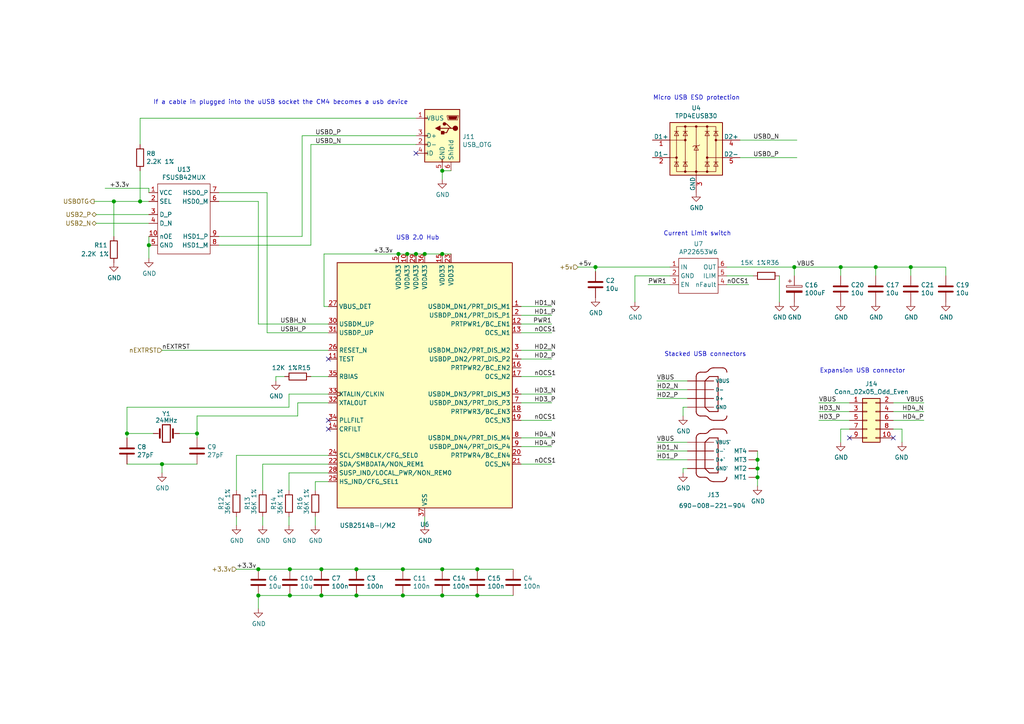
<source format=kicad_sch>
(kicad_sch (version 20201015) (generator eeschema)
  (page 1 7)
  (paper "A4")
  (title_block (title "Compute Module 4 IO Board - USB") (rev "1") (company "(c) Raspberry Pi Trading 2020") (comment 1 "www.raspberrypi.org"))
  (lib_symbols
    (symbol "CM4IO:AP2553W6"
      (property "Reference" "U" (at 3.81 -6.35 0))
      (property "Value" "AP2553W6" (at -3.81 -6.35 0))
      (symbol "AP2553W6_0_0"
        (pin power_in line (at -8.89 2.54 0) (length 2.54) (name "IN") (number "1"))
        (pin power_out line (at -8.89 0 0) (length 2.54) (name "GND") (number "2"))
        (pin input line (at -8.89 -2.54 0) (length 2.54) (name "EN") (number "3"))
        (pin open_collector line (at 7.62 -2.54 180) (length 2.54) (name "nFault") (number "4"))
        (pin passive line (at 7.62 0 180) (length 2.54) (name "ILIM") (number "5"))
        (pin power_out line (at 7.62 2.54 180) (length 2.54) (name "OUT") (number "6"))
      )
    )
    (symbol "CM4IO:FSUSB42MX"
      (property "Reference" "U" (at -7.62 20.32 0))
      (property "Value" "FSUSB42MX" (at -2.54 -2.54 0))
      (symbol "FSUSB42MX_0_0"
        (pin power_in line (at 8.89 16.51 180) (length 2.54) (name "VCC") (number "1"))
        (pin input line (at 8.89 3.81 180) (length 2.54) (name "nOE") (number "10"))
        (pin input line (at 8.89 13.97 180) (length 2.54) (name "SEL") (number "2"))
        (pin bidirectional line (at 8.89 10.16 180) (length 2.54) (name "D_P") (number "3"))
        (pin bidirectional line (at 8.89 7.62 180) (length 2.54) (name "D_N") (number "4"))
        (pin power_in line (at 8.89 1.27 180) (length 2.54) (name "GND") (number "5"))
        (pin bidirectional line (at -11.43 13.97 0) (length 2.54) (name "HSD0_M") (number "6"))
        (pin bidirectional line (at -11.43 16.51 0) (length 2.54) (name "HSD0_P") (number "7"))
        (pin bidirectional line (at -11.43 1.27 0) (length 2.54) (name "HSD1_M") (number "8"))
        (pin bidirectional line (at -11.43 3.81 0) (length 2.54) (name "HSD1_P") (number "9"))
      )
    )
    (symbol "CM4IO:TPD4EUSB30" (pin_names (offset 0))
      (property "Reference" "U" (at -0.635 8.89 0))
      (property "Value" "TPD4EUSB30" (at 8.89 -10.16 0))
      (symbol "TPD4EUSB30_1_1"
        (pin passive line (at -12.7 2.54 0) (length 5.08) (name "D1+") (number "1"))
        (pin passive line (at -12.7 2.54 0) (length 5.08) hide (name "~") (number "10"))
        (pin passive line (at -12.7 -2.54 0) (length 5.08) (name "D1-") (number "2"))
        (pin power_in line (at 0 -12.7 90) (length 5.08) (name "GND") (number "3"))
        (pin passive line (at 12.7 2.54 180) (length 5.08) (name "D2+") (number "4"))
        (pin passive line (at 12.7 -2.54 180) (length 5.08) (name "D2-") (number "5"))
        (pin passive line (at 12.7 -2.54 180) (length 5.08) hide (name "~") (number "6"))
        (pin passive line (at 12.7 2.54 180) (length 5.08) hide (name "~") (number "7"))
        (pin passive line (at 0 -12.7 90) (length 5.08) hide (name "GND") (number "8"))
        (pin passive line (at -12.7 -2.54 0) (length 5.08) hide (name "~") (number "9"))
      )
    )
    (symbol "CM4IO:USB_67298-4090" (pin_numbers hide)
      (property "Reference" "J" (at -5.08 21.6408 0))
      (property "Value" "USB_67298-4090" (at -5.08 -17.8054 0))
      (symbol "USB_67298-4090_0_0"
        (pin power_in line (at -7.62 -2.54 0) (length 7.62) (name "VBUS`") (number "1"))
        (pin passive line (at -7.62 -5.08 0) (length 7.62) (name "D-`") (number "2"))
        (pin passive line (at -7.62 -7.62 0) (length 7.62) (name "D+`") (number "3"))
        (pin power_in line (at -7.62 -10.16 0) (length 7.62) (name "GND`") (number "4"))
        (pin power_in line (at -7.62 15.24 0) (length 7.62) (name "VBUS") (number "5"))
        (pin passive line (at -7.62 12.7 0) (length 7.62) (name "D-") (number "6"))
        (pin passive line (at -7.62 10.16 0) (length 7.62) (name "D+") (number "7"))
        (pin power_in line (at -7.62 7.62 0) (length 7.62) (name "GND") (number "8"))
        (pin passive line (at 12.7 -12.7 180) (length 2.54) (name "MT1") (number "MT1"))
        (pin passive line (at 12.7 -10.16 180) (length 2.54) (name "MT2") (number "MT2"))
        (pin passive line (at 12.7 -7.62 180) (length 2.54) (name "MT3") (number "MT3"))
        (pin passive line (at 12.7 -5.08 180) (length 2.54) (name "MT4") (number "MT4"))
      )
    )
    (symbol "Connector:USB_OTG"
      (property "Reference" "J" (at -5.08 11.43 0))
      (property "Value" "USB_OTG" (at -5.08 8.89 0))
      (symbol "USB_OTG_1_1"
        (pin power_in line (at 7.62 5.08 180) (length 2.54) (name "VBUS") (number "1"))
        (pin passive line (at 7.62 -2.54 180) (length 2.54) (name "D-") (number "2"))
        (pin passive line (at 7.62 0 180) (length 2.54) (name "D+") (number "3"))
        (pin passive line (at 7.62 -5.08 180) (length 2.54) (name "ID") (number "4"))
        (pin power_in line (at 0 -10.16 90) (length 2.54) (name "GND") (number "5"))
        (pin passive line (at -2.54 -10.16 90) (length 2.54) (name "Shield") (number "6"))
      )
    )
    (symbol "Connector_Generic:Conn_02x05_Odd_Even" (pin_names hide)
      (property "Reference" "J" (at 1.27 7.62 0))
      (property "Value" "Conn_02x05_Odd_Even" (at 1.27 -7.62 0))
      (symbol "Conn_02x05_Odd_Even_1_1"
        (pin passive line (at -5.08 5.08 0) (length 3.81) (name "Pin_1") (number "1"))
        (pin passive line (at 7.62 -5.08 180) (length 3.81) (name "Pin_10") (number "10"))
        (pin passive line (at 7.62 5.08 180) (length 3.81) (name "Pin_2") (number "2"))
        (pin passive line (at -5.08 2.54 0) (length 3.81) (name "Pin_3") (number "3"))
        (pin passive line (at 7.62 2.54 180) (length 3.81) (name "Pin_4") (number "4"))
        (pin passive line (at -5.08 0 0) (length 3.81) (name "Pin_5") (number "5"))
        (pin passive line (at 7.62 0 180) (length 3.81) (name "Pin_6") (number "6"))
        (pin passive line (at -5.08 -2.54 0) (length 3.81) (name "Pin_7") (number "7"))
        (pin passive line (at 7.62 -2.54 180) (length 3.81) (name "Pin_8") (number "8"))
        (pin passive line (at -5.08 -5.08 0) (length 3.81) (name "Pin_9") (number "9"))
      )
    )
    (symbol "Device:C" (pin_numbers hide) (pin_names (offset 0.254))
      (property "Reference" "C" (at 0.635 2.54 0))
      (property "Value" "C" (at 0.635 -2.54 0))
      (symbol "C_1_1"
        (pin passive line (at 0 3.81 270) (length 2.794) (name "~") (number "1"))
        (pin passive line (at 0 -3.81 90) (length 2.794) (name "~") (number "2"))
      )
    )
    (symbol "Device:CP" (pin_numbers hide) (pin_names (offset 0.254))
      (property "Reference" "C" (at 0.635 2.54 0))
      (property "Value" "CP" (at 0.635 -2.54 0))
      (symbol "CP_1_1"
        (pin passive line (at 0 3.81 270) (length 2.794) (name "~") (number "1"))
        (pin passive line (at 0 -3.81 90) (length 2.794) (name "~") (number "2"))
      )
    )
    (symbol "Device:Crystal" (pin_numbers hide) (pin_names hide)
      (property "Reference" "Y" (at 0 3.81 0))
      (property "Value" "Crystal" (at 0 -3.81 0))
      (symbol "Crystal_1_1"
        (pin passive line (at -3.81 0 0) (length 1.27) (name "1") (number "1"))
        (pin passive line (at 3.81 0 180) (length 1.27) (name "2") (number "2"))
      )
    )
    (symbol "Device:R" (pin_numbers hide) (pin_names (offset 0))
      (property "Reference" "R" (at 2.032 0 90))
      (property "Value" "R" (at 0 0 90))
      (symbol "R_1_1"
        (pin passive line (at 0 3.81 270) (length 1.27) (name "~") (number "1"))
        (pin passive line (at 0 -3.81 90) (length 1.27) (name "~") (number "2"))
      )
    )
    (symbol "Interface_USB:USB2514B_Bi"
      (property "Reference" "U" (at -17.78 40.64 0))
      (property "Value" "USB2514B_Bi" (at -20.32 38.1 0))
      (symbol "USB2514B_Bi_1_1"
        (pin bidirectional line (at 27.94 22.86 180) (length 2.54) (name "USBDM_DN1/PRT_DIS_M1") (number "1"))
        (pin power_in line (at -5.08 38.1 270) (length 2.54) (name "VDDA33") (number "10"))
        (pin input line (at -27.94 7.62 0) (length 2.54) (name "TEST") (number "11"))
        (pin bidirectional line (at 27.94 17.78 180) (length 2.54) (name "PRTPWR1/BC_EN1") (number "12"))
        (pin input line (at 27.94 15.24 180) (length 2.54) (name "OCS_N1") (number "13"))
        (pin input line (at -27.94 -12.7 0) (length 2.54) (name "CRFILT") (number "14"))
        (pin power_in line (at 5.08 38.1 270) (length 2.54) (name "VDD33") (number "15"))
        (pin bidirectional line (at 27.94 5.08 180) (length 2.54) (name "PRTPWR2/BC_EN2") (number "16"))
        (pin input line (at 27.94 2.54 180) (length 2.54) (name "OCS_N2") (number "17"))
        (pin bidirectional line (at 27.94 -7.62 180) (length 2.54) (name "PRTPWR3/BC_EN3") (number "18"))
        (pin input line (at 27.94 -10.16 180) (length 2.54) (name "OCS_N3") (number "19"))
        (pin bidirectional line (at 27.94 20.32 180) (length 2.54) (name "USBDP_DN1/PRT_DIS_P1") (number "2"))
        (pin bidirectional line (at 27.94 -20.32 180) (length 2.54) (name "PRTPWR4/BC_EN4") (number "20"))
        (pin input line (at 27.94 -22.86 180) (length 2.54) (name "OCS_N4") (number "21"))
        (pin bidirectional line (at -27.94 -22.86 0) (length 2.54) (name "SDA/SMBDATA/NON_REM1") (number "22"))
        (pin power_in line (at 7.62 38.1 270) (length 2.54) (name "VDD33") (number "23"))
        (pin bidirectional line (at -27.94 -20.32 0) (length 2.54) (name "SCL/SMBCLK/CFG_SEL0") (number "24"))
        (pin bidirectional line (at -27.94 -27.94 0) (length 2.54) (name "HS_IND/CFG_SEL1") (number "25"))
        (pin input line (at -27.94 10.16 0) (length 2.54) (name "RESET_N") (number "26"))
        (pin input line (at -27.94 22.86 0) (length 2.54) (name "VBUS_DET") (number "27"))
        (pin bidirectional line (at -27.94 -25.4 0) (length 2.54) (name "SUSP_IND/LOCAL_PWR/NON_REM0") (number "28"))
        (pin power_in line (at -2.54 38.1 270) (length 2.54) (name "VDDA33") (number "29"))
        (pin bidirectional line (at 27.94 10.16 180) (length 2.54) (name "USBDM_DN2/PRT_DIS_M2") (number "3"))
        (pin bidirectional line (at -27.94 17.78 0) (length 2.54) (name "USBDM_UP") (number "30"))
        (pin bidirectional line (at -27.94 15.24 0) (length 2.54) (name "USBDP_UP") (number "31"))
        (pin output line (at -27.94 -5.08 0) (length 2.54) (name "XTALOUT") (number "32"))
        (pin input clock (at -27.94 -2.54 0) (length 2.54) (name "XTALIN/CLKIN") (number "33"))
        (pin input line (at -27.94 -10.16 0) (length 2.54) (name "PLLFILT") (number "34"))
        (pin input line (at -27.94 2.54 0) (length 2.54) (name "RBIAS") (number "35"))
        (pin power_in line (at 0 38.1 270) (length 2.54) (name "VDDA33") (number "36"))
        (pin power_in line (at 0 -38.1 90) (length 2.54) (name "VSS") (number "37"))
        (pin bidirectional line (at 27.94 7.62 180) (length 2.54) (name "USBDP_DN2/PRT_DIS_P2") (number "4"))
        (pin power_in line (at -7.62 38.1 270) (length 2.54) (name "VDDA33") (number "5"))
        (pin bidirectional line (at 27.94 -2.54 180) (length 2.54) (name "USBDM_DN3/PRT_DIS_M3") (number "6"))
        (pin bidirectional line (at 27.94 -5.08 180) (length 2.54) (name "USBDP_DN3/PRT_DIS_P3") (number "7"))
        (pin bidirectional line (at 27.94 -15.24 180) (length 2.54) (name "USBDM_DN4/PRT_DIS_M4") (number "8"))
        (pin bidirectional line (at 27.94 -17.78 180) (length 2.54) (name "USBDP_DN4/PRT_DIS_P4") (number "9"))
      )
    )
    (symbol "power:GND" (power) (pin_names (offset 0))
      (property "Value" "GND" (at 0 -3.81 0))
      (symbol "GND_1_1"
        (pin power_in line (at 0 0 270) (length 0) hide (name "GND") (number "1"))
      )
    )
  )
  (junction (at 33.02 58.42) (diameter 1.016))
  (junction (at 36.83 125.73) (diameter 1.016))
  (junction (at 40.64 58.42) (diameter 1.016))
  (junction (at 43.18 71.12) (diameter 1.016))
  (junction (at 46.99 134.62) (diameter 1.016))
  (junction (at 57.15 125.73) (diameter 1.016))
  (junction (at 74.93 165.1) (diameter 1.016))
  (junction (at 74.93 172.72) (diameter 1.016))
  (junction (at 84.074 165.1) (diameter 1.016))
  (junction (at 84.074 172.72) (diameter 1.016))
  (junction (at 93.218 165.1) (diameter 1.016))
  (junction (at 93.218 172.72) (diameter 1.016))
  (junction (at 103.378 165.1) (diameter 1.016))
  (junction (at 103.378 172.72) (diameter 1.016))
  (junction (at 115.57 73.66) (diameter 1.016))
  (junction (at 116.84 165.1) (diameter 1.016))
  (junction (at 116.84 172.72) (diameter 1.016))
  (junction (at 118.11 73.66) (diameter 1.016))
  (junction (at 120.65 73.66) (diameter 1.016))
  (junction (at 123.19 73.66) (diameter 1.016))
  (junction (at 128.27 49.53) (diameter 1.016))
  (junction (at 128.27 73.66) (diameter 1.016))
  (junction (at 128.27 165.1) (diameter 1.016))
  (junction (at 128.27 172.72) (diameter 1.016))
  (junction (at 138.43 165.1) (diameter 1.016))
  (junction (at 138.43 172.72) (diameter 1.016))
  (junction (at 172.72 77.47) (diameter 1.016))
  (junction (at 219.71 133.35) (diameter 1.016))
  (junction (at 219.71 135.89) (diameter 1.016))
  (junction (at 219.71 138.43) (diameter 1.016))
  (junction (at 230.378 77.47) (diameter 1.016))
  (junction (at 243.84 77.47) (diameter 1.016))
  (junction (at 254 77.47) (diameter 1.016))
  (junction (at 264.16 77.47) (diameter 1.016))
  (no_connect (at 259.08 127))
  (no_connect (at 120.65 44.45))
  (no_connect (at 95.25 121.92))
  (no_connect (at 246.38 127))
  (no_connect (at 95.25 104.14))
  (no_connect (at 95.25 124.46))
  (wire (pts (xy 27.305 58.42) (xy 33.02 58.42)))
  (wire (pts (xy 27.94 62.23) (xy 43.18 62.23)))
  (wire (pts (xy 27.94 64.77) (xy 43.18 64.77)))
  (wire (pts (xy 30.48 54.61) (xy 43.18 54.61)))
  (wire (pts (xy 33.02 58.42) (xy 33.02 68.58)))
  (wire (pts (xy 36.83 118.11) (xy 36.83 125.73)))
  (wire (pts (xy 36.83 125.73) (xy 44.45 125.73)))
  (wire (pts (xy 36.83 127) (xy 36.83 125.73)))
  (wire (pts (xy 36.83 134.62) (xy 46.99 134.62)))
  (wire (pts (xy 40.64 34.29) (xy 120.65 34.29)))
  (wire (pts (xy 40.64 41.91) (xy 40.64 34.29)))
  (wire (pts (xy 40.64 49.53) (xy 40.64 58.42)))
  (wire (pts (xy 40.64 58.42) (xy 33.02 58.42)))
  (wire (pts (xy 43.18 55.88) (xy 43.18 54.61)))
  (wire (pts (xy 43.18 58.42) (xy 40.64 58.42)))
  (wire (pts (xy 43.18 68.58) (xy 43.18 71.12)))
  (wire (pts (xy 43.18 71.12) (xy 43.18 74.93)))
  (wire (pts (xy 46.99 101.6) (xy 95.25 101.6)))
  (wire (pts (xy 46.99 134.62) (xy 46.99 137.16)))
  (wire (pts (xy 46.99 134.62) (xy 57.15 134.62)))
  (wire (pts (xy 52.07 125.73) (xy 57.15 125.73)))
  (wire (pts (xy 57.15 120.65) (xy 57.15 125.73)))
  (wire (pts (xy 57.15 125.73) (xy 57.15 127)))
  (wire (pts (xy 63.5 55.88) (xy 77.47 55.88)))
  (wire (pts (xy 63.5 58.42) (xy 74.93 58.42)))
  (wire (pts (xy 63.5 68.58) (xy 87.63 68.58)))
  (wire (pts (xy 63.5 71.12) (xy 90.17 71.12)))
  (wire (pts (xy 68.58 132.08) (xy 95.25 132.08)))
  (wire (pts (xy 68.58 142.24) (xy 68.58 132.08)))
  (wire (pts (xy 68.58 149.86) (xy 68.58 152.4)))
  (wire (pts (xy 68.58 165.1) (xy 74.93 165.1)))
  (wire (pts (xy 74.93 58.42) (xy 74.93 93.98)))
  (wire (pts (xy 74.93 165.1) (xy 84.074 165.1)))
  (wire (pts (xy 74.93 172.72) (xy 84.074 172.72)))
  (wire (pts (xy 74.93 176.53) (xy 74.93 172.72)))
  (wire (pts (xy 76.2 134.62) (xy 95.25 134.62)))
  (wire (pts (xy 76.2 142.24) (xy 76.2 134.62)))
  (wire (pts (xy 76.2 149.86) (xy 76.2 152.4)))
  (wire (pts (xy 77.47 55.88) (xy 77.47 96.52)))
  (wire (pts (xy 77.47 96.52) (xy 95.25 96.52)))
  (wire (pts (xy 80.01 109.22) (xy 80.01 110.49)))
  (wire (pts (xy 82.55 109.22) (xy 80.01 109.22)))
  (wire (pts (xy 83.82 114.3) (xy 83.82 118.11)))
  (wire (pts (xy 83.82 114.3) (xy 95.25 114.3)))
  (wire (pts (xy 83.82 118.11) (xy 36.83 118.11)))
  (wire (pts (xy 83.82 137.16) (xy 95.25 137.16)))
  (wire (pts (xy 83.82 142.24) (xy 83.82 137.16)))
  (wire (pts (xy 83.82 149.86) (xy 83.82 152.4)))
  (wire (pts (xy 84.074 165.1) (xy 93.218 165.1)))
  (wire (pts (xy 84.074 172.72) (xy 93.218 172.72)))
  (wire (pts (xy 86.36 116.84) (xy 86.36 120.65)))
  (wire (pts (xy 86.36 120.65) (xy 57.15 120.65)))
  (wire (pts (xy 87.63 39.37) (xy 120.65 39.37)))
  (wire (pts (xy 87.63 68.58) (xy 87.63 39.37)))
  (wire (pts (xy 90.17 41.91) (xy 120.65 41.91)))
  (wire (pts (xy 90.17 71.12) (xy 90.17 41.91)))
  (wire (pts (xy 90.17 109.22) (xy 95.25 109.22)))
  (wire (pts (xy 91.44 139.7) (xy 95.25 139.7)))
  (wire (pts (xy 91.44 142.24) (xy 91.44 139.7)))
  (wire (pts (xy 91.44 149.86) (xy 91.44 152.4)))
  (wire (pts (xy 93.218 165.1) (xy 103.378 165.1)))
  (wire (pts (xy 93.218 172.72) (xy 103.378 172.72)))
  (wire (pts (xy 93.98 73.66) (xy 115.57 73.66)))
  (wire (pts (xy 93.98 88.9) (xy 93.98 73.66)))
  (wire (pts (xy 95.25 88.9) (xy 93.98 88.9)))
  (wire (pts (xy 95.25 93.98) (xy 74.93 93.98)))
  (wire (pts (xy 95.25 116.84) (xy 86.36 116.84)))
  (wire (pts (xy 103.378 165.1) (xy 116.84 165.1)))
  (wire (pts (xy 103.378 172.72) (xy 116.84 172.72)))
  (wire (pts (xy 115.57 73.66) (xy 118.11 73.66)))
  (wire (pts (xy 116.84 165.1) (xy 128.27 165.1)))
  (wire (pts (xy 116.84 172.72) (xy 128.27 172.72)))
  (wire (pts (xy 118.11 73.66) (xy 120.65 73.66)))
  (wire (pts (xy 120.65 73.66) (xy 123.19 73.66)))
  (wire (pts (xy 123.19 73.66) (xy 128.27 73.66)))
  (wire (pts (xy 123.19 149.86) (xy 123.19 152.4)))
  (wire (pts (xy 128.27 49.53) (xy 130.81 49.53)))
  (wire (pts (xy 128.27 52.07) (xy 128.27 49.53)))
  (wire (pts (xy 128.27 73.66) (xy 130.81 73.66)))
  (wire (pts (xy 128.27 165.1) (xy 138.43 165.1)))
  (wire (pts (xy 128.27 172.72) (xy 138.43 172.72)))
  (wire (pts (xy 138.43 165.1) (xy 148.844 165.1)))
  (wire (pts (xy 138.43 172.72) (xy 148.844 172.72)))
  (wire (pts (xy 151.13 88.9) (xy 160.02 88.9)))
  (wire (pts (xy 151.13 91.44) (xy 160.02 91.44)))
  (wire (pts (xy 151.13 93.98) (xy 160.02 93.98)))
  (wire (pts (xy 151.13 96.52) (xy 160.02 96.52)))
  (wire (pts (xy 151.13 101.6) (xy 160.02 101.6)))
  (wire (pts (xy 151.13 104.14) (xy 160.02 104.14)))
  (wire (pts (xy 151.13 109.22) (xy 160.02 109.22)))
  (wire (pts (xy 151.13 114.3) (xy 160.02 114.3)))
  (wire (pts (xy 151.13 116.84) (xy 160.02 116.84)))
  (wire (pts (xy 151.13 121.92) (xy 160.02 121.92)))
  (wire (pts (xy 151.13 127) (xy 160.02 127)))
  (wire (pts (xy 151.13 129.54) (xy 160.02 129.54)))
  (wire (pts (xy 151.13 134.62) (xy 160.02 134.62)))
  (wire (pts (xy 167.64 77.47) (xy 172.72 77.47)))
  (wire (pts (xy 172.72 77.47) (xy 194.31 77.47)))
  (wire (pts (xy 172.72 78.74) (xy 172.72 77.47)))
  (wire (pts (xy 184.15 80.01) (xy 184.15 87.63)))
  (wire (pts (xy 187.96 82.55) (xy 194.31 82.55)))
  (wire (pts (xy 190.5 110.49) (xy 199.39 110.49)))
  (wire (pts (xy 190.5 113.03) (xy 199.39 113.03)))
  (wire (pts (xy 190.5 115.57) (xy 199.39 115.57)))
  (wire (pts (xy 190.5 128.27) (xy 199.39 128.27)))
  (wire (pts (xy 190.5 130.81) (xy 199.39 130.81)))
  (wire (pts (xy 190.5 133.35) (xy 199.39 133.35)))
  (wire (pts (xy 194.31 80.01) (xy 184.15 80.01)))
  (wire (pts (xy 198.12 118.11) (xy 198.12 120.65)))
  (wire (pts (xy 198.12 135.89) (xy 198.12 137.16)))
  (wire (pts (xy 199.39 118.11) (xy 198.12 118.11)))
  (wire (pts (xy 199.39 135.89) (xy 198.12 135.89)))
  (wire (pts (xy 210.82 77.47) (xy 230.378 77.47)))
  (wire (pts (xy 210.82 80.01) (xy 218.44 80.01)))
  (wire (pts (xy 210.82 82.55) (xy 217.17 82.55)))
  (wire (pts (xy 214.63 40.64) (xy 231.14 40.64)))
  (wire (pts (xy 214.63 45.72) (xy 231.14 45.72)))
  (wire (pts (xy 219.71 130.81) (xy 219.71 133.35)))
  (wire (pts (xy 219.71 133.35) (xy 219.71 135.89)))
  (wire (pts (xy 219.71 135.89) (xy 219.71 138.43)))
  (wire (pts (xy 219.71 138.43) (xy 219.71 140.97)))
  (wire (pts (xy 226.06 80.01) (xy 226.06 87.63)))
  (wire (pts (xy 230.378 77.47) (xy 230.378 80.01)))
  (wire (pts (xy 230.378 77.47) (xy 243.84 77.47)))
  (wire (pts (xy 237.49 116.84) (xy 246.38 116.84)))
  (wire (pts (xy 237.49 119.38) (xy 246.38 119.38)))
  (wire (pts (xy 237.49 121.92) (xy 246.38 121.92)))
  (wire (pts (xy 243.84 77.47) (xy 254 77.47)))
  (wire (pts (xy 243.84 80.01) (xy 243.84 77.47)))
  (wire (pts (xy 243.84 124.46) (xy 243.84 128.27)))
  (wire (pts (xy 243.84 124.46) (xy 246.38 124.46)))
  (wire (pts (xy 254 77.47) (xy 254 80.01)))
  (wire (pts (xy 254 77.47) (xy 264.16 77.47)))
  (wire (pts (xy 259.08 124.46) (xy 261.62 124.46)))
  (wire (pts (xy 261.62 124.46) (xy 261.62 128.27)))
  (wire (pts (xy 264.16 77.47) (xy 264.16 80.01)))
  (wire (pts (xy 264.16 77.47) (xy 274.32 77.47)))
  (wire (pts (xy 267.97 116.84) (xy 259.08 116.84)))
  (wire (pts (xy 267.97 119.38) (xy 259.08 119.38)))
  (wire (pts (xy 267.97 121.92) (xy 259.08 121.92)))
  (wire (pts (xy 274.32 80.01) (xy 274.32 77.47)))
  (text "If a cable in plugged into the uUSB socket the CM4 becomes a usb device" (at 44.45 30.48 0) (effects (font (size 1.27 1.27)) (justify left bottom)))
  (text "USB 2.0 Hub" (at 127.4318 69.7992 180) (effects (font (size 1.27 1.27)) (justify right bottom)))
  (text "Current Limit switch" (at 212.09 68.58 180) (effects (font (size 1.27 1.27)) (justify right bottom)))
  (text "Micro USB ESD protection" (at 214.63 29.21 180) (effects (font (size 1.27 1.27)) (justify right bottom)))
  (text "Stacked USB connectors" (at 216.4588 103.5812 180) (effects (font (size 1.27 1.27)) (justify right bottom)))
  (text "Expansion USB connector" (at 262.6106 108.3818 180) (effects (font (size 1.27 1.27)) (justify right bottom)))
  (label "+3.3v" (at 31.75 54.61 0))
  (label "nEXTRST" (at 46.99 101.6 0))
  (label "+3.3v" (at 68.58 165.1 0))
  (label "USBH_N" (at 81.28 93.98 0))
  (label "USBH_P" (at 81.28 96.52 0))
  (label "USBD_P" (at 91.44 39.37 0))
  (label "USBD_N" (at 91.44 41.91 0))
  (label "+3.3v" (at 108.204 73.66 0))
  (label "HD1_N" (at 154.94 88.9 0))
  (label "HD1_P" (at 154.94 91.44 0))
  (label "nOCS1" (at 154.94 96.52 0))
  (label "HD2_N" (at 154.94 101.6 0))
  (label "HD2_P" (at 154.94 104.14 0))
  (label "nOCS1" (at 154.94 109.22 0))
  (label "HD3_N" (at 154.94 114.3 0))
  (label "HD3_P" (at 154.94 116.84 0))
  (label "nOCS1" (at 154.94 121.92 0))
  (label "HD4_N" (at 154.94 127 0))
  (label "HD4_P" (at 154.94 129.54 0))
  (label "nOCS1" (at 154.94 134.62 0))
  (label "PWR1" (at 160.02 93.98 180))
  (label "+5v" (at 167.64 77.47 0))
  (label "PWR1" (at 187.96 82.55 0))
  (label "VBUS" (at 190.5 110.49 0))
  (label "HD2_N" (at 190.5 113.03 0))
  (label "HD2_P" (at 190.5 115.57 0))
  (label "VBUS" (at 190.5 128.27 0))
  (label "HD1_N" (at 190.5 130.81 0))
  (label "HD1_P" (at 190.5 133.35 0))
  (label "nOCS1" (at 210.82 82.55 0))
  (label "USBD_N" (at 218.44 40.64 0))
  (label "USBD_P" (at 218.44 45.72 0))
  (label "VBUS" (at 231.14 77.47 0))
  (label "VBUS" (at 237.49 116.84 0))
  (label "HD3_N" (at 237.49 119.38 0))
  (label "HD3_P" (at 237.49 121.92 0))
  (label "VBUS" (at 267.97 116.84 180))
  (label "HD4_N" (at 267.97 119.38 180))
  (label "HD4_P" (at 267.97 121.92 180))
  (hierarchical_label "USBOTG" (shape output) (at 27.305 58.42 180))
  (hierarchical_label "USB2_P" (shape bidirectional) (at 27.94 62.23 180))
  (hierarchical_label "USB2_N" (shape bidirectional) (at 27.94 64.77 180))
  (hierarchical_label "nEXTRST" (shape input) (at 46.99 101.6 180))
  (hierarchical_label "+3.3v" (shape input) (at 68.58 165.1 180))
  (hierarchical_label "+5v" (shape input) (at 167.64 77.47 180))
  (symbol (lib_id "power:GND") (at 33.02 76.2 0) (unit 1)
    (property "Reference" "#PWR0144" (effects hide))
    (property "Value" "GND" (at 33.147 80.5942 0))
  )
  (symbol (lib_id "power:GND") (at 43.18 74.93 0) (unit 1)
    (property "Reference" "#PWR0143" (effects hide))
    (property "Value" "GND" (at 43.307 79.3242 0))
  )
  (symbol (lib_id "power:GND") (at 46.99 137.16 0) (unit 1)
    (property "Reference" "#PWR07" (effects hide))
    (property "Value" "GND" (at 47.117 141.5542 0))
  )
  (symbol (lib_id "power:GND") (at 68.58 152.4 0) (unit 1)
    (property "Reference" "#PWR08" (effects hide))
    (property "Value" "GND" (at 68.707 156.7942 0))
  )
  (symbol (lib_id "power:GND") (at 74.93 176.53 0) (unit 1)
    (property "Reference" "#PWR06" (effects hide))
    (property "Value" "GND" (at 75.057 180.9242 0))
  )
  (symbol (lib_id "power:GND") (at 76.2 152.4 0) (unit 1)
    (property "Reference" "#PWR09" (effects hide))
    (property "Value" "GND" (at 76.327 156.7942 0))
  )
  (symbol (lib_id "power:GND") (at 80.01 110.49 0) (unit 1)
    (property "Reference" "#PWR010" (effects hide))
    (property "Value" "GND" (at 80.137 114.8842 0))
  )
  (symbol (lib_id "power:GND") (at 83.82 152.4 0) (unit 1)
    (property "Reference" "#PWR011" (effects hide))
    (property "Value" "GND" (at 83.947 156.7942 0))
  )
  (symbol (lib_id "power:GND") (at 91.44 152.4 0) (unit 1)
    (property "Reference" "#PWR012" (effects hide))
    (property "Value" "GND" (at 91.567 156.7942 0))
  )
  (symbol (lib_id "power:GND") (at 123.19 152.4 0) (unit 1)
    (property "Reference" "#PWR0142" (effects hide))
    (property "Value" "GND" (at 123.317 156.7942 0))
  )
  (symbol (lib_id "power:GND") (at 128.27 52.07 0) (unit 1)
    (property "Reference" "#PWR013" (effects hide))
    (property "Value" "GND" (at 128.397 56.4642 0))
  )
  (symbol (lib_id "power:GND") (at 172.72 86.36 0) (unit 1)
    (property "Reference" "#PWR017" (effects hide))
    (property "Value" "GND" (at 172.847 90.7542 0))
  )
  (symbol (lib_id "power:GND") (at 184.15 87.63 0) (unit 1)
    (property "Reference" "#PWR014" (effects hide))
    (property "Value" "GND" (at 184.277 92.0242 0))
  )
  (symbol (lib_id "power:GND") (at 198.12 120.65 0) (unit 1)
    (property "Reference" "#PWR023" (effects hide))
    (property "Value" "GND" (at 198.247 125.0442 0))
  )
  (symbol (lib_id "power:GND") (at 198.12 137.16 0) (unit 1)
    (property "Reference" "#PWR024" (effects hide))
    (property "Value" "GND" (at 198.247 141.5542 0))
  )
  (symbol (lib_id "power:GND") (at 201.93 55.88 0) (unit 1)
    (property "Reference" "#PWR0123" (effects hide))
    (property "Value" "GND" (at 202.057 60.2742 0))
  )
  (symbol (lib_id "power:GND") (at 219.71 140.97 0) (unit 1)
    (property "Reference" "#PWR0114" (effects hide))
    (property "Value" "GND" (at 219.837 145.3642 0))
  )
  (symbol (lib_id "power:GND") (at 226.06 87.63 0) (unit 1)
    (property "Reference" "#PWR019" (effects hide))
    (property "Value" "GND" (at 226.187 92.0242 0))
  )
  (symbol (lib_id "power:GND") (at 230.378 87.63 0) (unit 1)
    (property "Reference" "#PWR01" (effects hide))
    (property "Value" "GND" (at 230.505 92.0242 0))
  )
  (symbol (lib_id "power:GND") (at 243.84 87.63 0) (unit 1)
    (property "Reference" "#PWR021" (effects hide))
    (property "Value" "GND" (at 243.967 92.0242 0))
  )
  (symbol (lib_id "power:GND") (at 243.84 128.27 0) (unit 1)
    (property "Reference" "#PWR025" (effects hide))
    (property "Value" "GND" (at 243.967 132.6642 0))
  )
  (symbol (lib_id "power:GND") (at 254 87.63 0) (unit 1)
    (property "Reference" "#PWR018" (effects hide))
    (property "Value" "GND" (at 254.127 92.0242 0))
  )
  (symbol (lib_id "power:GND") (at 261.62 128.27 0) (mirror y) (unit 1)
    (property "Reference" "#PWR026" (effects hide))
    (property "Value" "GND" (at 261.493 132.6642 0))
  )
  (symbol (lib_id "power:GND") (at 264.16 87.63 0) (unit 1)
    (property "Reference" "#PWR049" (effects hide))
    (property "Value" "GND" (at 264.287 92.0242 0))
  )
  (symbol (lib_id "power:GND") (at 274.32 87.63 0) (unit 1)
    (property "Reference" "#PWR050" (effects hide))
    (property "Value" "GND" (at 274.447 92.0242 0))
  )
  (symbol (lib_id "Device:R") (at 33.02 72.39 0) (unit 1)
    (property "Reference" "R11" (at 27.305 71.12 0) (effects (justify left)))
    (property "Value" "2.2K 1%" (at 23.495 73.66 0) (effects (justify left)))
    (property "Footprint" "Resistor_SMD:R_0402_1005Metric" (effects hide))
    (property "Datasheet" "https://fscdn.rohm.com/en/products/databook/datasheet/passive/resistor/chip_resistor/mcr-e.pdf" (effects hide))
    (property "Field4" "Farnell" (effects hide))
    (property "Field5" "9239278" (effects hide))
    (property "Field7" "KOA EUROPE GMBH" (effects hide))
    (property "Field6" "RK73G1ETQTP2201D         " (effects hide))
    (property "Part Description" "Resistor 2.2K M1005 1% 63mW" (effects hide))
    (property "Field8" "120889581" (effects hide))
  )
  (symbol (lib_id "Device:R") (at 40.64 45.72 0) (unit 1)
    (property "Reference" "R8" (at 42.418 44.5516 0) (effects (justify left)))
    (property "Value" "2.2K 1%" (at 42.418 46.863 0) (effects (justify left)))
    (property "Footprint" "Resistor_SMD:R_0402_1005Metric" (effects hide))
    (property "Datasheet" "https://fscdn.rohm.com/en/products/databook/datasheet/passive/resistor/chip_resistor/mcr-e.pdf" (effects hide))
    (property "Field4" "Farnell" (effects hide))
    (property "Field5" "9239278" (effects hide))
    (property "Field7" "KOA EUROPE GMBH" (effects hide))
    (property "Field6" "RK73G1ETQTP2201D         " (effects hide))
    (property "Part Description" "Resistor 2.2K M1005 1% 63mW" (effects hide))
    (property "Field8" "120889581" (effects hide))
  )
  (symbol (lib_id "Device:R") (at 68.58 146.05 0) (unit 1)
    (property "Reference" "R12" (at 64.135 147.955 90) (effects (justify left)))
    (property "Value" "36K 1%" (at 66.04 149.225 90) (effects (justify left)))
    (property "Footprint" "Resistor_SMD:R_0402_1005Metric" (effects hide))
    (property "Datasheet" "https://fscdn.rohm.com/en/products/databook/datasheet/passive/resistor/chip_resistor/mcr-e.pdf" (effects hide))
    (property "Field4" "Farnell" (effects hide))
    (property "Field5" "1458788" (effects hide))
    (property "Field7" "Rohm" (effects hide))
    (property "Field6" "MCR01MZPF3602" (effects hide))
    (property "Part Description" "Resistor 36K M1005 1% 63mW" (effects hide))
  )
  (symbol (lib_id "Device:R") (at 76.2 146.05 0) (unit 1)
    (property "Reference" "R13" (at 71.755 147.955 90) (effects (justify left)))
    (property "Value" "36K 1%" (at 73.66 149.225 90) (effects (justify left)))
    (property "Footprint" "Resistor_SMD:R_0402_1005Metric" (effects hide))
    (property "Datasheet" "https://fscdn.rohm.com/en/products/databook/datasheet/passive/resistor/chip_resistor/mcr-e.pdf" (effects hide))
    (property "Field4" "Farnell" (effects hide))
    (property "Field5" "1458788" (effects hide))
    (property "Field7" "Rohm" (effects hide))
    (property "Field6" "MCR01MZPF3602" (effects hide))
    (property "Part Description" "Resistor 36K M1005 1% 63mW" (effects hide))
  )
  (symbol (lib_id "Device:R") (at 83.82 146.05 0) (unit 1)
    (property "Reference" "R14" (at 79.375 147.955 90) (effects (justify left)))
    (property "Value" "36K 1%" (at 81.28 149.225 90) (effects (justify left)))
    (property "Footprint" "Resistor_SMD:R_0402_1005Metric" (effects hide))
    (property "Datasheet" "https://fscdn.rohm.com/en/products/databook/datasheet/passive/resistor/chip_resistor/mcr-e.pdf" (effects hide))
    (property "Field4" "Farnell" (effects hide))
    (property "Field5" "1458788" (effects hide))
    (property "Field7" "Rohm" (effects hide))
    (property "Field6" "MCR01MZPF3602" (effects hide))
    (property "Part Description" "Resistor 36K M1005 1% 63mW" (effects hide))
  )
  (symbol (lib_id "Device:R") (at 86.36 109.22 90) (unit 1)
    (property "Reference" "R15" (at 90.17 106.68 90) (effects (justify left)))
    (property "Value" "12K 1%" (at 86.36 106.68 90) (effects (justify left)))
    (property "Footprint" "Resistor_SMD:R_0402_1005Metric" (effects hide))
    (property "Datasheet" "https://fscdn.rohm.com/en/products/databook/datasheet/passive/resistor/chip_resistor/mcr-e.pdf" (effects hide))
    (property "Field4" "Farnell" (effects hide))
    (property "Field5" "9239367" (effects hide))
    (property "Field7" "Rohm" (effects hide))
    (property "Field6" "MCR01MZPF1202" (effects hide))
    (property "Part Description" "Resistor 12K M1005 1% 63mW" (effects hide))
  )
  (symbol (lib_id "Device:R") (at 91.44 146.05 0) (unit 1)
    (property "Reference" "R16" (at 86.995 147.955 90) (effects (justify left)))
    (property "Value" "36K 1%" (at 88.9 149.225 90) (effects (justify left)))
    (property "Footprint" "Resistor_SMD:R_0402_1005Metric" (effects hide))
    (property "Datasheet" "https://fscdn.rohm.com/en/products/databook/datasheet/passive/resistor/chip_resistor/mcr-e.pdf" (effects hide))
    (property "Field4" "Farnell" (effects hide))
    (property "Field5" "1458788" (effects hide))
    (property "Field7" "Rohm" (effects hide))
    (property "Field6" "MCR01MZPF3602" (effects hide))
    (property "Part Description" "Resistor 36K M1005 1% 63mW" (effects hide))
  )
  (symbol (lib_id "Device:R") (at 222.25 80.01 90) (unit 1)
    (property "Reference" "R36" (at 226.06 76.2 90) (effects (justify left)))
    (property "Value" "15K 1%" (at 222.25 76.2 90) (effects (justify left)))
    (property "Footprint" "Resistor_SMD:R_0402_1005Metric" (effects hide))
    (property "Datasheet" "https://fscdn.rohm.com/en/products/databook/datasheet/passive/resistor/chip_resistor/mcr-e.pdf" (effects hide))
    (property "Field4" "Farnell" (effects hide))
    (property "Field5" "9239375" (effects hide))
    (property "Field6" "MCR01MZPF1502" (effects hide))
    (property "Field7" "Rohm" (effects hide))
    (property "Part Description" "Resistor 15K M1005 1% 63mW" (effects hide))
    (property "Field8" "120891581" (effects hide))
  )
  (symbol (lib_id "Device:C") (at 36.83 130.81 0) (unit 1)
    (property "Reference" "C8" (at 39.751 129.6416 0) (effects (justify left)))
    (property "Value" "27pF" (at 39.751 131.953 0) (effects (justify left)))
    (property "Footprint" "Capacitor_SMD:C_0402_1005Metric" (effects hide))
    (property "Datasheet" "https://search.murata.co.jp/Ceramy/image/img/A01X/G101/ENG/GJM1555C1H270JB01-01.pdf" (effects hide))
    (property "Field8" "UCAP00738 " (effects hide))
    (property "Field5" "490-17672-1-ND" (effects hide))
    (property "Field6" "GJM1555C1H270JB01D" (effects hide))
    (property "Field7" "Murata" (effects hide))
    (property "Part Description" "	27pF 5% 50V Ceramic Capacitor C0G, NP0 0402 (1005 Metric)" (effects hide))
    (property "Field4" "Digikey" (effects hide))
  )
  (symbol (lib_id "Device:C") (at 57.15 130.81 0) (unit 1)
    (property "Reference" "C9" (at 60.071 129.6416 0) (effects (justify left)))
    (property "Value" "27pF" (at 60.071 131.953 0) (effects (justify left)))
    (property "Footprint" "Capacitor_SMD:C_0402_1005Metric" (effects hide))
    (property "Datasheet" "https://search.murata.co.jp/Ceramy/image/img/A01X/G101/ENG/GJM1555C1H270JB01-01.pdf" (effects hide))
    (property "Field8" "UCAP00738 " (effects hide))
    (property "Field5" "490-17672-1-ND" (effects hide))
    (property "Field6" "GJM1555C1H270JB01D" (effects hide))
    (property "Field7" "Murata" (effects hide))
    (property "Part Description" "	27pF 5% 50V Ceramic Capacitor C0G, NP0 0402 (1005 Metric)" (effects hide))
    (property "Field4" "Digikey" (effects hide))
  )
  (symbol (lib_id "Device:C") (at 74.93 168.91 0) (unit 1)
    (property "Reference" "C6" (at 77.851 167.7416 0) (effects (justify left)))
    (property "Value" "10u" (at 77.851 170.053 0) (effects (justify left)))
    (property "Footprint" "Capacitor_SMD:C_0805_2012Metric" (effects hide))
    (property "Datasheet" "https://search.murata.co.jp/Ceramy/image/img/A01X/G101/ENG/GRM21BR71A106KA73-01.pdf" (effects hide))
    (property "Field5" "490-14381-1-ND" (effects hide))
    (property "Field4" "Digikey" (effects hide))
    (property "Field6" "GRM21BR71A106KA73L" (effects hide))
    (property "Field7" "Murata" (effects hide))
    (property "Part Description" "	10uF 10% 10V Ceramic Capacitor X7R 0805 (2012 Metric)" (effects hide))
    (property "Field8" "111893011" (effects hide))
  )
  (symbol (lib_id "Device:C") (at 84.074 168.91 0) (unit 1)
    (property "Reference" "C10" (at 86.995 167.7416 0) (effects (justify left)))
    (property "Value" "10u" (at 86.995 170.053 0) (effects (justify left)))
    (property "Footprint" "Capacitor_SMD:C_0805_2012Metric" (effects hide))
    (property "Datasheet" "https://search.murata.co.jp/Ceramy/image/img/A01X/G101/ENG/GRM21BR71A106KA73-01.pdf" (effects hide))
    (property "Field5" "490-14381-1-ND" (effects hide))
    (property "Field4" "Digikey" (effects hide))
    (property "Field6" "GRM21BR71A106KA73L" (effects hide))
    (property "Field7" "Murata" (effects hide))
    (property "Part Description" "	10uF 10% 10V Ceramic Capacitor X7R 0805 (2012 Metric)" (effects hide))
    (property "Field8" "111893011" (effects hide))
  )
  (symbol (lib_id "Device:C") (at 93.218 168.91 0) (unit 1)
    (property "Reference" "C7" (at 96.139 167.7416 0) (effects (justify left)))
    (property "Value" "100n" (at 96.139 170.053 0) (effects (justify left)))
    (property "Footprint" "Capacitor_SMD:C_0402_1005Metric" (effects hide))
    (property "Datasheet" "https://search.murata.co.jp/Ceramy/image/img/A01X/G101/ENG/GRM155R71C104KA88-01.pdf" (effects hide))
    (property "Field4" "Farnell" (effects hide))
    (property "Field5" "2611911" (effects hide))
    (property "Field6" "RM EMK105 B7104KV-F" (effects hide))
    (property "Field7" "TAIYO YUDEN EUROPE GMBH" (effects hide))
    (property "Part Description" "	0.1uF 10% 16V Ceramic Capacitor X7R 0402 (1005 Metric)" (effects hide))
    (property "Field8" "110091611" (effects hide))
  )
  (symbol (lib_id "Device:C") (at 103.378 168.91 0) (unit 1)
    (property "Reference" "C3" (at 106.299 167.7416 0) (effects (justify left)))
    (property "Value" "100n" (at 106.299 170.053 0) (effects (justify left)))
    (property "Footprint" "Capacitor_SMD:C_0402_1005Metric" (effects hide))
    (property "Datasheet" "https://search.murata.co.jp/Ceramy/image/img/A01X/G101/ENG/GRM155R71C104KA88-01.pdf" (effects hide))
    (property "Field4" "Farnell" (effects hide))
    (property "Field5" "2611911" (effects hide))
    (property "Field6" "RM EMK105 B7104KV-F" (effects hide))
    (property "Field7" "TAIYO YUDEN EUROPE GMBH" (effects hide))
    (property "Part Description" "	0.1uF 10% 16V Ceramic Capacitor X7R 0402 (1005 Metric)" (effects hide))
    (property "Field8" "110091611" (effects hide))
  )
  (symbol (lib_id "Device:C") (at 116.84 168.91 0) (unit 1)
    (property "Reference" "C11" (at 119.761 167.7416 0) (effects (justify left)))
    (property "Value" "100n" (at 119.761 170.053 0) (effects (justify left)))
    (property "Footprint" "Capacitor_SMD:C_0402_1005Metric" (effects hide))
    (property "Datasheet" "https://search.murata.co.jp/Ceramy/image/img/A01X/G101/ENG/GRM155R71C104KA88-01.pdf" (effects hide))
    (property "Field4" "Farnell" (effects hide))
    (property "Field5" "2611911" (effects hide))
    (property "Field6" "RM EMK105 B7104KV-F" (effects hide))
    (property "Field7" "TAIYO YUDEN EUROPE GMBH" (effects hide))
    (property "Part Description" "	0.1uF 10% 16V Ceramic Capacitor X7R 0402 (1005 Metric)" (effects hide))
    (property "Field8" "110091611" (effects hide))
  )
  (symbol (lib_id "Device:C") (at 128.27 168.91 0) (unit 1)
    (property "Reference" "C14" (at 131.191 167.7416 0) (effects (justify left)))
    (property "Value" "100n" (at 131.191 170.053 0) (effects (justify left)))
    (property "Footprint" "Capacitor_SMD:C_0402_1005Metric" (effects hide))
    (property "Datasheet" "https://search.murata.co.jp/Ceramy/image/img/A01X/G101/ENG/GRM155R71C104KA88-01.pdf" (effects hide))
    (property "Field4" "Farnell" (effects hide))
    (property "Field5" "2611911" (effects hide))
    (property "Field6" "RM EMK105 B7104KV-F" (effects hide))
    (property "Field7" "TAIYO YUDEN EUROPE GMBH" (effects hide))
    (property "Part Description" "	0.1uF 10% 16V Ceramic Capacitor X7R 0402 (1005 Metric)" (effects hide))
    (property "Field8" "110091611" (effects hide))
  )
  (symbol (lib_id "Device:C") (at 138.43 168.91 0) (unit 1)
    (property "Reference" "C15" (at 141.351 167.7416 0) (effects (justify left)))
    (property "Value" "100n" (at 141.351 170.053 0) (effects (justify left)))
    (property "Footprint" "Capacitor_SMD:C_0402_1005Metric" (effects hide))
    (property "Datasheet" "https://search.murata.co.jp/Ceramy/image/img/A01X/G101/ENG/GRM155R71C104KA88-01.pdf" (effects hide))
    (property "Field4" "Farnell" (effects hide))
    (property "Field5" "2611911" (effects hide))
    (property "Field6" "RM EMK105 B7104KV-F" (effects hide))
    (property "Field7" "TAIYO YUDEN EUROPE GMBH" (effects hide))
    (property "Part Description" "	0.1uF 10% 16V Ceramic Capacitor X7R 0402 (1005 Metric)" (effects hide))
    (property "Field8" "110091611" (effects hide))
  )
  (symbol (lib_id "Device:C") (at 148.844 168.91 0) (unit 1)
    (property "Reference" "C4" (at 151.765 167.7416 0) (effects (justify left)))
    (property "Value" "100n" (at 151.765 170.053 0) (effects (justify left)))
    (property "Footprint" "Capacitor_SMD:C_0402_1005Metric" (effects hide))
    (property "Datasheet" "https://search.murata.co.jp/Ceramy/image/img/A01X/G101/ENG/GRM155R71C104KA88-01.pdf" (effects hide))
    (property "Field4" "Farnell" (effects hide))
    (property "Field5" "2611911" (effects hide))
    (property "Field6" "RM EMK105 B7104KV-F" (effects hide))
    (property "Field7" "TAIYO YUDEN EUROPE GMBH" (effects hide))
    (property "Part Description" "	0.1uF 10% 16V Ceramic Capacitor X7R 0402 (1005 Metric)" (effects hide))
    (property "Field8" "110091611" (effects hide))
  )
  (symbol (lib_id "Device:C") (at 172.72 82.55 0) (unit 1)
    (property "Reference" "C2" (at 175.641 81.3816 0) (effects (justify left)))
    (property "Value" "10u" (at 175.641 83.693 0) (effects (justify left)))
    (property "Footprint" "Capacitor_SMD:C_0805_2012Metric" (effects hide))
    (property "Datasheet" "https://search.murata.co.jp/Ceramy/image/img/A01X/G101/ENG/GRM21BR71A106KA73-01.pdf" (effects hide))
    (property "Field5" "490-14381-1-ND" (effects hide))
    (property "Field4" "Digikey" (effects hide))
    (property "Field6" "GRM21BR71A106KA73L" (effects hide))
    (property "Field7" "Murata" (effects hide))
    (property "Part Description" "	10uF 10% 10V Ceramic Capacitor X7R 0805 (2012 Metric)" (effects hide))
    (property "Field8" "111893011" (effects hide))
  )
  (symbol (lib_id "Device:CP") (at 230.378 83.82 0) (unit 1)
    (property "Reference" "C16" (at 233.3752 82.677 0) (effects (justify left)))
    (property "Value" "100uF" (at 233.3752 84.963 0) (effects (justify left)))
    (property "Footprint" "Capacitor_Tantalum_SMD:CP_EIA-7343-31_Kemet-D" (effects hide))
    (property "Field4" "Mouser" (effects hide))
    (property "Field5" "667-EEF-CX0J101R" (effects hide))
    (property "Part Description" "Capacitor, SP-Cap, 100u, 6.3V, 15mR ESR" (effects hide))
  )
  (symbol (lib_id "Device:C") (at 243.84 83.82 0) (unit 1)
    (property "Reference" "C20" (at 246.761 82.6516 0) (effects (justify left)))
    (property "Value" "10u" (at 246.761 84.963 0) (effects (justify left)))
    (property "Footprint" "Capacitor_SMD:C_0805_2012Metric" (effects hide))
    (property "Datasheet" "https://search.murata.co.jp/Ceramy/image/img/A01X/G101/ENG/GRM21BR71A106KA73-01.pdf" (effects hide))
    (property "Field5" "490-14381-1-ND" (effects hide))
    (property "Field4" "Digikey" (effects hide))
    (property "Field6" "GRM21BR71A106KA73L" (effects hide))
    (property "Field7" "Murata" (effects hide))
    (property "Part Description" "	10uF 10% 10V Ceramic Capacitor X7R 0805 (2012 Metric)" (effects hide))
    (property "Field8" "111893011" (effects hide))
  )
  (symbol (lib_id "Device:C") (at 254 83.82 0) (unit 1)
    (property "Reference" "C17" (at 256.921 82.6516 0) (effects (justify left)))
    (property "Value" "10u" (at 256.921 84.963 0) (effects (justify left)))
    (property "Footprint" "Capacitor_SMD:C_0805_2012Metric" (effects hide))
    (property "Datasheet" "https://search.murata.co.jp/Ceramy/image/img/A01X/G101/ENG/GRM21BR71A106KA73-01.pdf" (effects hide))
    (property "Field5" "490-14381-1-ND" (effects hide))
    (property "Field4" "Digikey" (effects hide))
    (property "Field6" "GRM21BR71A106KA73L" (effects hide))
    (property "Field7" "Murata" (effects hide))
    (property "Part Description" "	10uF 10% 10V Ceramic Capacitor X7R 0805 (2012 Metric)" (effects hide))
    (property "Field8" "111893011" (effects hide))
  )
  (symbol (lib_id "Device:C") (at 264.16 83.82 0) (unit 1)
    (property "Reference" "C21" (at 267.081 82.6516 0) (effects (justify left)))
    (property "Value" "10u" (at 267.081 84.963 0) (effects (justify left)))
    (property "Footprint" "Capacitor_SMD:C_0805_2012Metric" (effects hide))
    (property "Datasheet" "https://search.murata.co.jp/Ceramy/image/img/A01X/G101/ENG/GRM21BR71A106KA73-01.pdf" (effects hide))
    (property "Field5" "490-14381-1-ND" (effects hide))
    (property "Field4" "Digikey" (effects hide))
    (property "Field6" "GRM21BR71A106KA73L" (effects hide))
    (property "Field7" "Murata" (effects hide))
    (property "Part Description" "	10uF 10% 10V Ceramic Capacitor X7R 0805 (2012 Metric)" (effects hide))
    (property "Field8" "111893011" (effects hide))
  )
  (symbol (lib_id "Device:C") (at 274.32 83.82 0) (unit 1)
    (property "Reference" "C19" (at 277.241 82.6516 0) (effects (justify left)))
    (property "Value" "10u" (at 277.241 84.963 0) (effects (justify left)))
    (property "Footprint" "Capacitor_SMD:C_0805_2012Metric" (effects hide))
    (property "Datasheet" "https://search.murata.co.jp/Ceramy/image/img/A01X/G101/ENG/GRM21BR71A106KA73-01.pdf" (effects hide))
    (property "Field5" "490-14381-1-ND" (effects hide))
    (property "Field4" "Digikey" (effects hide))
    (property "Field6" "GRM21BR71A106KA73L" (effects hide))
    (property "Field7" "Murata" (effects hide))
    (property "Part Description" "	10uF 10% 10V Ceramic Capacitor X7R 0805 (2012 Metric)" (effects hide))
    (property "Field8" "111893011" (effects hide))
  )
  (symbol (lib_id "Device:Crystal") (at 48.26 125.73 0) (unit 1)
    (property "Reference" "Y1" (at 48.26 120.015 0))
    (property "Value" "24MHz" (at 48.26 121.92 0))
    (property "Footprint" "Crystal:Crystal_SMD_HC49-SD" (effects hide))
    (property "Field4" "Farnell" (effects hide))
    (property "Field5" "2508493" (effects hide))
    (property "Field7" "AEL" (effects hide))
    (property "Field6" "X24M000000S128" (effects hide))
    (property "Part Description" "24MHz Crystal 18pf 30ppm 30ppm" (effects hide))
  )
  (symbol (lib_id "CM4IO:AP2553W6") (at 203.2 80.01 0) (unit 1)
    (property "Reference" "U7" (at 202.565 70.739 0))
    (property "Value" "AP22653W6" (at 202.565 73.0504 0))
    (property "Footprint" "Package_TO_SOT_SMD:SOT-23-6" (effects hide))
    (property "Datasheet" "https://www.diodes.com/assets/Datasheets/AP255x.pdf" (effects hide))
    (property "Field4" "Digikey" (effects hide))
    (property "Field5" "	31-AP22653W6-7CT-ND" (effects hide))
    (property "Field6" "AP22653W6" (effects hide))
    (property "Field7" "Diodes" (effects hide))
    (property "Part Description" "	Power Switch/Driver 1:1 P-Channel 2.1A SOT-23-6" (effects hide))
  )
  (symbol (lib_id "Connector_Generic:Conn_02x05_Odd_Even") (at 251.46 121.92 0) (unit 1)
    (property "Reference" "J14" (at 252.73 111.3282 0))
    (property "Value" "Conn_02x05_Odd_Even" (at 252.73 113.6396 0))
    (property "Footprint" "Connector_PinHeader_2.54mm:PinHeader_2x05_P2.54mm_Vertical" (effects hide))
    (property "Datasheet" "https://www.toby.co.uk/uploads/publications/1673.pdf" (effects hide))
    (property "Field4" "Toby" (effects hide))
    (property "Field5" "THD-05-R" (effects hide))
    (property "Field6" "THD-05-R" (effects hide))
    (property "Field7" "Toby" (effects hide))
    (property "Part Description" "PinHeader_2x05_P2.54mm_Vertical" (effects hide))
  )
  (symbol (lib_id "Connector:USB_OTG") (at 128.27 39.37 0) (mirror y) (unit 1)
    (property "Reference" "J11" (at 134.112 39.6494 0) (effects (justify right)))
    (property "Value" "USB_OTG" (at 134.112 41.9608 0) (effects (justify right)))
    (property "Footprint" "CM4IO:USB_Micro-B_EDAC_UCON00686" (effects hide))
    (property "Datasheet" "https://cdn.amphenol-icc.com/media/wysiwyg/files/documentation/datasheet/inputoutput/io_usb_micro.pd" (effects hide))
    (property "Field4" "Digikey" (effects hide))
    (property "Field5" "609-4050-2-ND" (effects hide))
    (property "Field6" "690-005-298-486" (effects hide))
    (property "Field7" "EDAC" (effects hide))
    (property "Part Description" "USB - micro B USB 2.0 Receptacle Connector 5 Position Surface Mount, Right Angle; Through Hole" (effects hide))
    (property "Field8" "UCON00686" (effects hide))
  )
  (symbol (lib_id "CM4IO:FSUSB42MX") (at 52.07 72.39 0) (mirror y) (unit 1)
    (property "Reference" "U13" (at 53.34 49.149 0))
    (property "Value" "FSUSB42MUX" (at 53.34 51.4604 0))
    (property "Footprint" "Package_SO:MSOP-10_3x3mm_P0.5mm" (effects hide))
    (property "Datasheet" "https://www.onsemi.com/pub/Collateral/FSUSB42-D.PDF" (effects hide))
    (property "Field4" "Farnell" (effects hide))
    (property "Field5" "2564479" (effects hide))
    (property "Field6" "FSUSB42MUX" (effects hide))
    (property "Field7" "Onsemi" (effects hide))
    (property "Part Description" "USB Switch IC 1 Channel 10-MSOP" (effects hide))
  )
  (symbol (lib_id "CM4IO:TPD4EUSB30") (at 201.93 43.18 0) (unit 1)
    (property "Reference" "U4" (at 201.93 31.3182 0))
    (property "Value" "TPD4EUSB30" (at 201.93 33.6296 0))
    (property "Footprint" "Package_SON:USON-10_2.5x1.0mm_P0.5mm" (effects hide))
    (property "Datasheet" "http://www.ti.com/lit/ds/symlink/tpd2eusb30a.pdf" (effects hide))
    (property "Field4" "Farnell" (effects hide))
    (property "Field5" "2335455" (effects hide))
    (property "Field6" "CDDFN10-3324P-13" (effects hide))
    (property "Field7" "Bourns" (effects hide))
    (property "Field8" "UDIO00346" (effects hide))
    (property "Part Description" "Quad TVS diode for high speed signals (USB3, GigE etc.)" (effects hide))
  )
  (symbol (lib_id "CM4IO:USB_67298-4090") (at 207.01 125.73 0) (unit 1)
    (property "Reference" "J13" (at 205.105 143.51 0) (effects (justify left)))
    (property "Value" "690-008-221-904" (at 196.85 146.685 0) (effects (justify left)))
    (property "Footprint" "CM4IO:MOLEX_USB_67298-4090" (effects hide))
    (property "Datasheet" "https://www.molex.com/pdm_docs/sd/672984090_sd.pdf" (effects hide))
    (property "Field4" "Farnell" (effects hide))
    (property "Field5" "	2751688" (effects hide))
    (property "Field6" "690-008-221-904" (effects hide))
    (property "Field7" "EDAC" (effects hide))
    (property "Field8" "UCON00727" (effects hide))
    (property "Part Description" "USB-A (USB TYPE-A), Stacked Receptacle Connector 8 Position Through Hole, Right Angle" (effects hide))
  )
  (symbol (lib_id "Interface_USB:USB2514B_Bi") (at 123.19 111.76 0) (unit 1)
    (property "Reference" "U6" (at 123.19 152.1206 0))
    (property "Value" "USB2514B-I/M2" (at 106.68 152.4 0))
    (property "Footprint" "Package_DFN_QFN:QFN-36-1EP_6x6mm_P0.5mm_EP3.7x3.7mm" (effects hide))
    (property "Datasheet" "http://ww1.microchip.com/downloads/en/DeviceDoc/00001692C.pdf" (effects hide))
    (property "Field4" "Farnell" (effects hide))
    (property "Field5" "2775060" (effects hide))
    (property "Field6" "USB2514B-I/M2" (effects hide))
    (property "Field7" "Microchip" (effects hide))
    (property "Part Description" "	USB Hub Controller USB Interface 36-SQFN (6x6)" (effects hide))
    (property "Field8" "UICC00931" (effects hide))
  )
)
</source>
